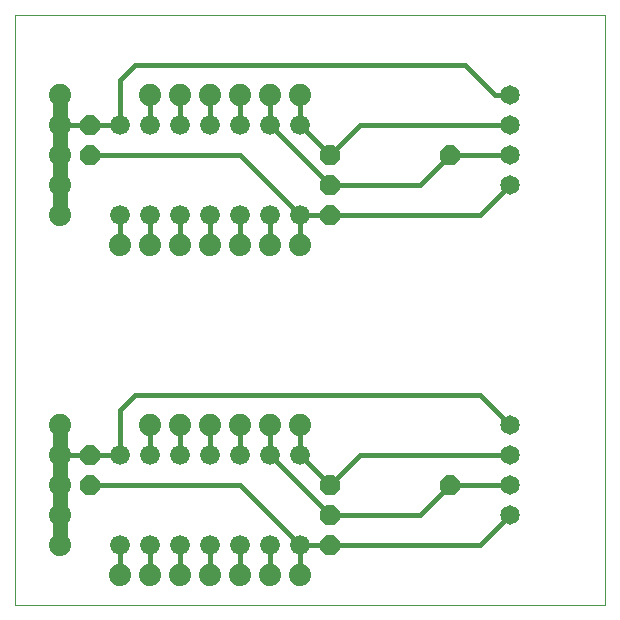
<source format=gbl>
G75*
G70*
%OFA0B0*%
%FSLAX24Y24*%
%IPPOS*%
%LPD*%
%AMOC8*
5,1,8,0,0,1.08239X$1,22.5*
%
%ADD10C,0.0000*%
%ADD11C,0.0660*%
%ADD12OC8,0.0660*%
%ADD13C,0.0650*%
%ADD14C,0.0740*%
%ADD15C,0.0500*%
%ADD16C,0.0160*%
%ADD17C,0.0100*%
D10*
X000150Y000100D02*
X000150Y019785D01*
X019835Y019785D01*
X019835Y000100D01*
X000150Y000100D01*
D11*
X003650Y002100D03*
X004650Y002100D03*
X005650Y002100D03*
X006650Y002100D03*
X007650Y002100D03*
X008650Y002100D03*
X009650Y002100D03*
X009650Y005100D03*
X008650Y005100D03*
X007650Y005100D03*
X006650Y005100D03*
X005650Y005100D03*
X004650Y005100D03*
X003650Y005100D03*
X003650Y013100D03*
X004650Y013100D03*
X005650Y013100D03*
X006650Y013100D03*
X007650Y013100D03*
X008650Y013100D03*
X009650Y013100D03*
X009650Y016100D03*
X008650Y016100D03*
X007650Y016100D03*
X006650Y016100D03*
X005650Y016100D03*
X004650Y016100D03*
X003650Y016100D03*
D12*
X002650Y016100D03*
X002650Y015100D03*
X010650Y015100D03*
X010650Y014100D03*
X010650Y013100D03*
X014650Y015100D03*
X014650Y004100D03*
X010650Y004100D03*
X010650Y003100D03*
X010650Y002100D03*
X002650Y004100D03*
X002650Y005100D03*
D13*
X016650Y005100D03*
X016650Y004100D03*
X016650Y003100D03*
X016650Y006100D03*
X016650Y014100D03*
X016650Y015100D03*
X016650Y016100D03*
X016650Y017100D03*
D14*
X009650Y017100D03*
X008650Y017100D03*
X007650Y017100D03*
X006650Y017100D03*
X005650Y017100D03*
X004650Y017100D03*
X001650Y017100D03*
X001650Y016100D03*
X001650Y015100D03*
X001650Y014100D03*
X001650Y013100D03*
X003650Y012100D03*
X004650Y012100D03*
X005650Y012100D03*
X006650Y012100D03*
X007650Y012100D03*
X008650Y012100D03*
X009650Y012100D03*
X009650Y006100D03*
X008650Y006100D03*
X007650Y006100D03*
X006650Y006100D03*
X005650Y006100D03*
X004650Y006100D03*
X001650Y006100D03*
X001650Y005100D03*
X001650Y004100D03*
X001650Y003100D03*
X001650Y002100D03*
X003650Y001100D03*
X004650Y001100D03*
X005650Y001100D03*
X006650Y001100D03*
X007650Y001100D03*
X008650Y001100D03*
X009650Y001100D03*
D15*
X001650Y002100D02*
X001650Y006100D01*
X001650Y013100D02*
X001650Y017100D01*
D16*
X001650Y016100D01*
X002650Y016100D01*
X003650Y016100D01*
X003650Y017600D01*
X004150Y018100D01*
X015150Y018100D01*
X016150Y017100D01*
X016650Y017100D01*
X016650Y016100D02*
X011650Y016100D01*
X010650Y015100D01*
X009650Y016100D01*
X009650Y017100D01*
X008650Y017100D02*
X008650Y016100D01*
X010650Y014100D01*
X013650Y014100D01*
X014650Y015100D01*
X016650Y015100D01*
X016650Y014100D02*
X015650Y013100D01*
X010650Y013100D01*
X009650Y013100D01*
X007650Y015100D01*
X002650Y015100D01*
X001650Y015100D02*
X001650Y014100D01*
X001650Y015100D02*
X001650Y016100D01*
X004650Y016100D02*
X004650Y017100D01*
X005650Y017100D02*
X005650Y016100D01*
X006650Y016100D02*
X006650Y017100D01*
X007650Y017100D02*
X007650Y016100D01*
X007650Y013100D02*
X007650Y012100D01*
X006650Y012100D02*
X006650Y013100D01*
X005650Y013100D02*
X005650Y012100D01*
X004650Y012100D02*
X004650Y013100D01*
X003650Y013100D02*
X003650Y012100D01*
X008650Y012100D02*
X008650Y013100D01*
X009650Y013100D02*
X009650Y012100D01*
X004150Y007100D02*
X015650Y007100D01*
X016650Y006100D01*
X016650Y005100D02*
X011650Y005100D01*
X010650Y004100D01*
X009650Y005100D01*
X009650Y006100D01*
X008650Y006100D02*
X008650Y005100D01*
X010650Y003100D01*
X013650Y003100D01*
X014650Y004100D01*
X016650Y004100D01*
X016650Y003100D02*
X015650Y002100D01*
X010650Y002100D01*
X009650Y002100D01*
X007650Y004100D01*
X002650Y004100D01*
X001650Y004100D02*
X001650Y003100D01*
X001650Y002100D01*
X003650Y002100D02*
X003650Y001100D01*
X004650Y001100D02*
X004650Y002100D01*
X005650Y002100D02*
X005650Y001100D01*
X006650Y001100D02*
X006650Y002100D01*
X007650Y002100D02*
X007650Y001100D01*
X008650Y001100D02*
X008650Y002100D01*
X009650Y002100D02*
X009650Y001100D01*
X007650Y005100D02*
X007650Y006100D01*
X006650Y006100D02*
X006650Y005100D01*
X005650Y005100D02*
X005650Y006100D01*
X004650Y006100D02*
X004650Y005100D01*
X003650Y005100D02*
X002650Y005100D01*
X001650Y005100D01*
X001650Y006100D01*
X003650Y006600D02*
X003650Y005100D01*
X003650Y006600D02*
X004150Y007100D01*
D17*
X001650Y005600D02*
X001650Y005100D01*
X001650Y002100D01*
M02*

</source>
